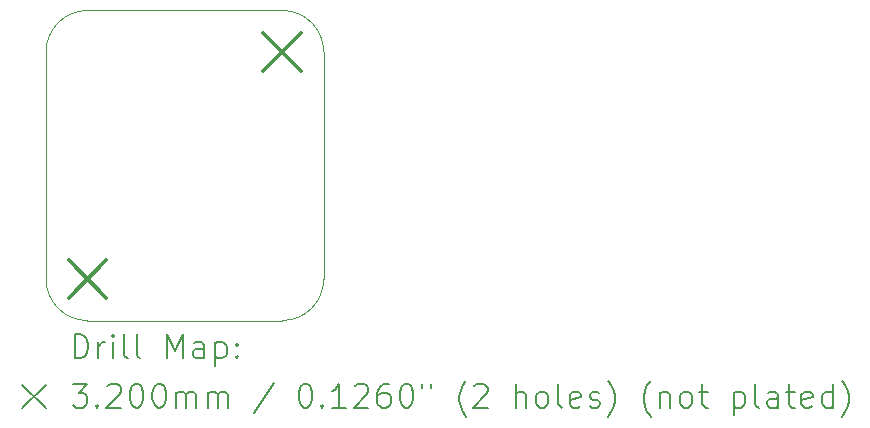
<source format=gbr>
%TF.GenerationSoftware,KiCad,Pcbnew,7.0.1*%
%TF.CreationDate,2023-08-26T15:59:39-05:00*%
%TF.ProjectId,Single Mosfet Board,53696e67-6c65-4204-9d6f-736665742042,rev?*%
%TF.SameCoordinates,Original*%
%TF.FileFunction,Drillmap*%
%TF.FilePolarity,Positive*%
%FSLAX45Y45*%
G04 Gerber Fmt 4.5, Leading zero omitted, Abs format (unit mm)*
G04 Created by KiCad (PCBNEW 7.0.1) date 2023-08-26 15:59:39*
%MOMM*%
%LPD*%
G01*
G04 APERTURE LIST*
%ADD10C,0.100000*%
%ADD11C,0.200000*%
%ADD12C,0.320000*%
G04 APERTURE END LIST*
D10*
X15100000Y-9450000D02*
X15100000Y-7525000D01*
X13100000Y-9800000D02*
X14750000Y-9800000D01*
X12750000Y-7525000D02*
X12750000Y-9450000D01*
X14750000Y-7175000D02*
X13100000Y-7175000D01*
X14750000Y-9800000D02*
G75*
G03*
X15100000Y-9450000I0J350000D01*
G01*
X13100000Y-7175000D02*
G75*
G03*
X12750000Y-7525000I0J-350000D01*
G01*
X15100000Y-7525000D02*
G75*
G03*
X14750000Y-7175000I-350000J0D01*
G01*
X12750000Y-9450000D02*
G75*
G03*
X13100000Y-9800000I350000J0D01*
G01*
D11*
D12*
X12940000Y-9290000D02*
X13260000Y-9610000D01*
X13260000Y-9290000D02*
X12940000Y-9610000D01*
X14590000Y-7365000D02*
X14910000Y-7685000D01*
X14910000Y-7365000D02*
X14590000Y-7685000D01*
D11*
X12992619Y-10117524D02*
X12992619Y-9917524D01*
X12992619Y-9917524D02*
X13040238Y-9917524D01*
X13040238Y-9917524D02*
X13068809Y-9927048D01*
X13068809Y-9927048D02*
X13087857Y-9946095D01*
X13087857Y-9946095D02*
X13097381Y-9965143D01*
X13097381Y-9965143D02*
X13106905Y-10003238D01*
X13106905Y-10003238D02*
X13106905Y-10031810D01*
X13106905Y-10031810D02*
X13097381Y-10069905D01*
X13097381Y-10069905D02*
X13087857Y-10088952D01*
X13087857Y-10088952D02*
X13068809Y-10108000D01*
X13068809Y-10108000D02*
X13040238Y-10117524D01*
X13040238Y-10117524D02*
X12992619Y-10117524D01*
X13192619Y-10117524D02*
X13192619Y-9984190D01*
X13192619Y-10022286D02*
X13202143Y-10003238D01*
X13202143Y-10003238D02*
X13211667Y-9993714D01*
X13211667Y-9993714D02*
X13230714Y-9984190D01*
X13230714Y-9984190D02*
X13249762Y-9984190D01*
X13316428Y-10117524D02*
X13316428Y-9984190D01*
X13316428Y-9917524D02*
X13306905Y-9927048D01*
X13306905Y-9927048D02*
X13316428Y-9936571D01*
X13316428Y-9936571D02*
X13325952Y-9927048D01*
X13325952Y-9927048D02*
X13316428Y-9917524D01*
X13316428Y-9917524D02*
X13316428Y-9936571D01*
X13440238Y-10117524D02*
X13421190Y-10108000D01*
X13421190Y-10108000D02*
X13411667Y-10088952D01*
X13411667Y-10088952D02*
X13411667Y-9917524D01*
X13545000Y-10117524D02*
X13525952Y-10108000D01*
X13525952Y-10108000D02*
X13516428Y-10088952D01*
X13516428Y-10088952D02*
X13516428Y-9917524D01*
X13773571Y-10117524D02*
X13773571Y-9917524D01*
X13773571Y-9917524D02*
X13840238Y-10060381D01*
X13840238Y-10060381D02*
X13906905Y-9917524D01*
X13906905Y-9917524D02*
X13906905Y-10117524D01*
X14087857Y-10117524D02*
X14087857Y-10012762D01*
X14087857Y-10012762D02*
X14078333Y-9993714D01*
X14078333Y-9993714D02*
X14059286Y-9984190D01*
X14059286Y-9984190D02*
X14021190Y-9984190D01*
X14021190Y-9984190D02*
X14002143Y-9993714D01*
X14087857Y-10108000D02*
X14068809Y-10117524D01*
X14068809Y-10117524D02*
X14021190Y-10117524D01*
X14021190Y-10117524D02*
X14002143Y-10108000D01*
X14002143Y-10108000D02*
X13992619Y-10088952D01*
X13992619Y-10088952D02*
X13992619Y-10069905D01*
X13992619Y-10069905D02*
X14002143Y-10050857D01*
X14002143Y-10050857D02*
X14021190Y-10041333D01*
X14021190Y-10041333D02*
X14068809Y-10041333D01*
X14068809Y-10041333D02*
X14087857Y-10031810D01*
X14183095Y-9984190D02*
X14183095Y-10184190D01*
X14183095Y-9993714D02*
X14202143Y-9984190D01*
X14202143Y-9984190D02*
X14240238Y-9984190D01*
X14240238Y-9984190D02*
X14259286Y-9993714D01*
X14259286Y-9993714D02*
X14268809Y-10003238D01*
X14268809Y-10003238D02*
X14278333Y-10022286D01*
X14278333Y-10022286D02*
X14278333Y-10079429D01*
X14278333Y-10079429D02*
X14268809Y-10098476D01*
X14268809Y-10098476D02*
X14259286Y-10108000D01*
X14259286Y-10108000D02*
X14240238Y-10117524D01*
X14240238Y-10117524D02*
X14202143Y-10117524D01*
X14202143Y-10117524D02*
X14183095Y-10108000D01*
X14364048Y-10098476D02*
X14373571Y-10108000D01*
X14373571Y-10108000D02*
X14364048Y-10117524D01*
X14364048Y-10117524D02*
X14354524Y-10108000D01*
X14354524Y-10108000D02*
X14364048Y-10098476D01*
X14364048Y-10098476D02*
X14364048Y-10117524D01*
X14364048Y-9993714D02*
X14373571Y-10003238D01*
X14373571Y-10003238D02*
X14364048Y-10012762D01*
X14364048Y-10012762D02*
X14354524Y-10003238D01*
X14354524Y-10003238D02*
X14364048Y-9993714D01*
X14364048Y-9993714D02*
X14364048Y-10012762D01*
X12545000Y-10345000D02*
X12745000Y-10545000D01*
X12745000Y-10345000D02*
X12545000Y-10545000D01*
X12973571Y-10337524D02*
X13097381Y-10337524D01*
X13097381Y-10337524D02*
X13030714Y-10413714D01*
X13030714Y-10413714D02*
X13059286Y-10413714D01*
X13059286Y-10413714D02*
X13078333Y-10423238D01*
X13078333Y-10423238D02*
X13087857Y-10432762D01*
X13087857Y-10432762D02*
X13097381Y-10451810D01*
X13097381Y-10451810D02*
X13097381Y-10499429D01*
X13097381Y-10499429D02*
X13087857Y-10518476D01*
X13087857Y-10518476D02*
X13078333Y-10528000D01*
X13078333Y-10528000D02*
X13059286Y-10537524D01*
X13059286Y-10537524D02*
X13002143Y-10537524D01*
X13002143Y-10537524D02*
X12983095Y-10528000D01*
X12983095Y-10528000D02*
X12973571Y-10518476D01*
X13183095Y-10518476D02*
X13192619Y-10528000D01*
X13192619Y-10528000D02*
X13183095Y-10537524D01*
X13183095Y-10537524D02*
X13173571Y-10528000D01*
X13173571Y-10528000D02*
X13183095Y-10518476D01*
X13183095Y-10518476D02*
X13183095Y-10537524D01*
X13268809Y-10356571D02*
X13278333Y-10347048D01*
X13278333Y-10347048D02*
X13297381Y-10337524D01*
X13297381Y-10337524D02*
X13345000Y-10337524D01*
X13345000Y-10337524D02*
X13364048Y-10347048D01*
X13364048Y-10347048D02*
X13373571Y-10356571D01*
X13373571Y-10356571D02*
X13383095Y-10375619D01*
X13383095Y-10375619D02*
X13383095Y-10394667D01*
X13383095Y-10394667D02*
X13373571Y-10423238D01*
X13373571Y-10423238D02*
X13259286Y-10537524D01*
X13259286Y-10537524D02*
X13383095Y-10537524D01*
X13506905Y-10337524D02*
X13525952Y-10337524D01*
X13525952Y-10337524D02*
X13545000Y-10347048D01*
X13545000Y-10347048D02*
X13554524Y-10356571D01*
X13554524Y-10356571D02*
X13564048Y-10375619D01*
X13564048Y-10375619D02*
X13573571Y-10413714D01*
X13573571Y-10413714D02*
X13573571Y-10461333D01*
X13573571Y-10461333D02*
X13564048Y-10499429D01*
X13564048Y-10499429D02*
X13554524Y-10518476D01*
X13554524Y-10518476D02*
X13545000Y-10528000D01*
X13545000Y-10528000D02*
X13525952Y-10537524D01*
X13525952Y-10537524D02*
X13506905Y-10537524D01*
X13506905Y-10537524D02*
X13487857Y-10528000D01*
X13487857Y-10528000D02*
X13478333Y-10518476D01*
X13478333Y-10518476D02*
X13468809Y-10499429D01*
X13468809Y-10499429D02*
X13459286Y-10461333D01*
X13459286Y-10461333D02*
X13459286Y-10413714D01*
X13459286Y-10413714D02*
X13468809Y-10375619D01*
X13468809Y-10375619D02*
X13478333Y-10356571D01*
X13478333Y-10356571D02*
X13487857Y-10347048D01*
X13487857Y-10347048D02*
X13506905Y-10337524D01*
X13697381Y-10337524D02*
X13716429Y-10337524D01*
X13716429Y-10337524D02*
X13735476Y-10347048D01*
X13735476Y-10347048D02*
X13745000Y-10356571D01*
X13745000Y-10356571D02*
X13754524Y-10375619D01*
X13754524Y-10375619D02*
X13764048Y-10413714D01*
X13764048Y-10413714D02*
X13764048Y-10461333D01*
X13764048Y-10461333D02*
X13754524Y-10499429D01*
X13754524Y-10499429D02*
X13745000Y-10518476D01*
X13745000Y-10518476D02*
X13735476Y-10528000D01*
X13735476Y-10528000D02*
X13716429Y-10537524D01*
X13716429Y-10537524D02*
X13697381Y-10537524D01*
X13697381Y-10537524D02*
X13678333Y-10528000D01*
X13678333Y-10528000D02*
X13668809Y-10518476D01*
X13668809Y-10518476D02*
X13659286Y-10499429D01*
X13659286Y-10499429D02*
X13649762Y-10461333D01*
X13649762Y-10461333D02*
X13649762Y-10413714D01*
X13649762Y-10413714D02*
X13659286Y-10375619D01*
X13659286Y-10375619D02*
X13668809Y-10356571D01*
X13668809Y-10356571D02*
X13678333Y-10347048D01*
X13678333Y-10347048D02*
X13697381Y-10337524D01*
X13849762Y-10537524D02*
X13849762Y-10404190D01*
X13849762Y-10423238D02*
X13859286Y-10413714D01*
X13859286Y-10413714D02*
X13878333Y-10404190D01*
X13878333Y-10404190D02*
X13906905Y-10404190D01*
X13906905Y-10404190D02*
X13925952Y-10413714D01*
X13925952Y-10413714D02*
X13935476Y-10432762D01*
X13935476Y-10432762D02*
X13935476Y-10537524D01*
X13935476Y-10432762D02*
X13945000Y-10413714D01*
X13945000Y-10413714D02*
X13964048Y-10404190D01*
X13964048Y-10404190D02*
X13992619Y-10404190D01*
X13992619Y-10404190D02*
X14011667Y-10413714D01*
X14011667Y-10413714D02*
X14021190Y-10432762D01*
X14021190Y-10432762D02*
X14021190Y-10537524D01*
X14116429Y-10537524D02*
X14116429Y-10404190D01*
X14116429Y-10423238D02*
X14125952Y-10413714D01*
X14125952Y-10413714D02*
X14145000Y-10404190D01*
X14145000Y-10404190D02*
X14173571Y-10404190D01*
X14173571Y-10404190D02*
X14192619Y-10413714D01*
X14192619Y-10413714D02*
X14202143Y-10432762D01*
X14202143Y-10432762D02*
X14202143Y-10537524D01*
X14202143Y-10432762D02*
X14211667Y-10413714D01*
X14211667Y-10413714D02*
X14230714Y-10404190D01*
X14230714Y-10404190D02*
X14259286Y-10404190D01*
X14259286Y-10404190D02*
X14278333Y-10413714D01*
X14278333Y-10413714D02*
X14287857Y-10432762D01*
X14287857Y-10432762D02*
X14287857Y-10537524D01*
X14678333Y-10328000D02*
X14506905Y-10585143D01*
X14935476Y-10337524D02*
X14954524Y-10337524D01*
X14954524Y-10337524D02*
X14973572Y-10347048D01*
X14973572Y-10347048D02*
X14983095Y-10356571D01*
X14983095Y-10356571D02*
X14992619Y-10375619D01*
X14992619Y-10375619D02*
X15002143Y-10413714D01*
X15002143Y-10413714D02*
X15002143Y-10461333D01*
X15002143Y-10461333D02*
X14992619Y-10499429D01*
X14992619Y-10499429D02*
X14983095Y-10518476D01*
X14983095Y-10518476D02*
X14973572Y-10528000D01*
X14973572Y-10528000D02*
X14954524Y-10537524D01*
X14954524Y-10537524D02*
X14935476Y-10537524D01*
X14935476Y-10537524D02*
X14916429Y-10528000D01*
X14916429Y-10528000D02*
X14906905Y-10518476D01*
X14906905Y-10518476D02*
X14897381Y-10499429D01*
X14897381Y-10499429D02*
X14887857Y-10461333D01*
X14887857Y-10461333D02*
X14887857Y-10413714D01*
X14887857Y-10413714D02*
X14897381Y-10375619D01*
X14897381Y-10375619D02*
X14906905Y-10356571D01*
X14906905Y-10356571D02*
X14916429Y-10347048D01*
X14916429Y-10347048D02*
X14935476Y-10337524D01*
X15087857Y-10518476D02*
X15097381Y-10528000D01*
X15097381Y-10528000D02*
X15087857Y-10537524D01*
X15087857Y-10537524D02*
X15078333Y-10528000D01*
X15078333Y-10528000D02*
X15087857Y-10518476D01*
X15087857Y-10518476D02*
X15087857Y-10537524D01*
X15287857Y-10537524D02*
X15173572Y-10537524D01*
X15230714Y-10537524D02*
X15230714Y-10337524D01*
X15230714Y-10337524D02*
X15211667Y-10366095D01*
X15211667Y-10366095D02*
X15192619Y-10385143D01*
X15192619Y-10385143D02*
X15173572Y-10394667D01*
X15364048Y-10356571D02*
X15373572Y-10347048D01*
X15373572Y-10347048D02*
X15392619Y-10337524D01*
X15392619Y-10337524D02*
X15440238Y-10337524D01*
X15440238Y-10337524D02*
X15459286Y-10347048D01*
X15459286Y-10347048D02*
X15468810Y-10356571D01*
X15468810Y-10356571D02*
X15478333Y-10375619D01*
X15478333Y-10375619D02*
X15478333Y-10394667D01*
X15478333Y-10394667D02*
X15468810Y-10423238D01*
X15468810Y-10423238D02*
X15354524Y-10537524D01*
X15354524Y-10537524D02*
X15478333Y-10537524D01*
X15649762Y-10337524D02*
X15611667Y-10337524D01*
X15611667Y-10337524D02*
X15592619Y-10347048D01*
X15592619Y-10347048D02*
X15583095Y-10356571D01*
X15583095Y-10356571D02*
X15564048Y-10385143D01*
X15564048Y-10385143D02*
X15554524Y-10423238D01*
X15554524Y-10423238D02*
X15554524Y-10499429D01*
X15554524Y-10499429D02*
X15564048Y-10518476D01*
X15564048Y-10518476D02*
X15573572Y-10528000D01*
X15573572Y-10528000D02*
X15592619Y-10537524D01*
X15592619Y-10537524D02*
X15630714Y-10537524D01*
X15630714Y-10537524D02*
X15649762Y-10528000D01*
X15649762Y-10528000D02*
X15659286Y-10518476D01*
X15659286Y-10518476D02*
X15668810Y-10499429D01*
X15668810Y-10499429D02*
X15668810Y-10451810D01*
X15668810Y-10451810D02*
X15659286Y-10432762D01*
X15659286Y-10432762D02*
X15649762Y-10423238D01*
X15649762Y-10423238D02*
X15630714Y-10413714D01*
X15630714Y-10413714D02*
X15592619Y-10413714D01*
X15592619Y-10413714D02*
X15573572Y-10423238D01*
X15573572Y-10423238D02*
X15564048Y-10432762D01*
X15564048Y-10432762D02*
X15554524Y-10451810D01*
X15792619Y-10337524D02*
X15811667Y-10337524D01*
X15811667Y-10337524D02*
X15830714Y-10347048D01*
X15830714Y-10347048D02*
X15840238Y-10356571D01*
X15840238Y-10356571D02*
X15849762Y-10375619D01*
X15849762Y-10375619D02*
X15859286Y-10413714D01*
X15859286Y-10413714D02*
X15859286Y-10461333D01*
X15859286Y-10461333D02*
X15849762Y-10499429D01*
X15849762Y-10499429D02*
X15840238Y-10518476D01*
X15840238Y-10518476D02*
X15830714Y-10528000D01*
X15830714Y-10528000D02*
X15811667Y-10537524D01*
X15811667Y-10537524D02*
X15792619Y-10537524D01*
X15792619Y-10537524D02*
X15773572Y-10528000D01*
X15773572Y-10528000D02*
X15764048Y-10518476D01*
X15764048Y-10518476D02*
X15754524Y-10499429D01*
X15754524Y-10499429D02*
X15745000Y-10461333D01*
X15745000Y-10461333D02*
X15745000Y-10413714D01*
X15745000Y-10413714D02*
X15754524Y-10375619D01*
X15754524Y-10375619D02*
X15764048Y-10356571D01*
X15764048Y-10356571D02*
X15773572Y-10347048D01*
X15773572Y-10347048D02*
X15792619Y-10337524D01*
X15935476Y-10337524D02*
X15935476Y-10375619D01*
X16011667Y-10337524D02*
X16011667Y-10375619D01*
X16306905Y-10613714D02*
X16297381Y-10604190D01*
X16297381Y-10604190D02*
X16278334Y-10575619D01*
X16278334Y-10575619D02*
X16268810Y-10556571D01*
X16268810Y-10556571D02*
X16259286Y-10528000D01*
X16259286Y-10528000D02*
X16249762Y-10480381D01*
X16249762Y-10480381D02*
X16249762Y-10442286D01*
X16249762Y-10442286D02*
X16259286Y-10394667D01*
X16259286Y-10394667D02*
X16268810Y-10366095D01*
X16268810Y-10366095D02*
X16278334Y-10347048D01*
X16278334Y-10347048D02*
X16297381Y-10318476D01*
X16297381Y-10318476D02*
X16306905Y-10308952D01*
X16373572Y-10356571D02*
X16383095Y-10347048D01*
X16383095Y-10347048D02*
X16402143Y-10337524D01*
X16402143Y-10337524D02*
X16449762Y-10337524D01*
X16449762Y-10337524D02*
X16468810Y-10347048D01*
X16468810Y-10347048D02*
X16478334Y-10356571D01*
X16478334Y-10356571D02*
X16487857Y-10375619D01*
X16487857Y-10375619D02*
X16487857Y-10394667D01*
X16487857Y-10394667D02*
X16478334Y-10423238D01*
X16478334Y-10423238D02*
X16364048Y-10537524D01*
X16364048Y-10537524D02*
X16487857Y-10537524D01*
X16725953Y-10537524D02*
X16725953Y-10337524D01*
X16811667Y-10537524D02*
X16811667Y-10432762D01*
X16811667Y-10432762D02*
X16802143Y-10413714D01*
X16802143Y-10413714D02*
X16783096Y-10404190D01*
X16783096Y-10404190D02*
X16754524Y-10404190D01*
X16754524Y-10404190D02*
X16735476Y-10413714D01*
X16735476Y-10413714D02*
X16725953Y-10423238D01*
X16935477Y-10537524D02*
X16916429Y-10528000D01*
X16916429Y-10528000D02*
X16906905Y-10518476D01*
X16906905Y-10518476D02*
X16897381Y-10499429D01*
X16897381Y-10499429D02*
X16897381Y-10442286D01*
X16897381Y-10442286D02*
X16906905Y-10423238D01*
X16906905Y-10423238D02*
X16916429Y-10413714D01*
X16916429Y-10413714D02*
X16935477Y-10404190D01*
X16935477Y-10404190D02*
X16964048Y-10404190D01*
X16964048Y-10404190D02*
X16983096Y-10413714D01*
X16983096Y-10413714D02*
X16992619Y-10423238D01*
X16992619Y-10423238D02*
X17002143Y-10442286D01*
X17002143Y-10442286D02*
X17002143Y-10499429D01*
X17002143Y-10499429D02*
X16992619Y-10518476D01*
X16992619Y-10518476D02*
X16983096Y-10528000D01*
X16983096Y-10528000D02*
X16964048Y-10537524D01*
X16964048Y-10537524D02*
X16935477Y-10537524D01*
X17116429Y-10537524D02*
X17097381Y-10528000D01*
X17097381Y-10528000D02*
X17087858Y-10508952D01*
X17087858Y-10508952D02*
X17087858Y-10337524D01*
X17268810Y-10528000D02*
X17249762Y-10537524D01*
X17249762Y-10537524D02*
X17211667Y-10537524D01*
X17211667Y-10537524D02*
X17192619Y-10528000D01*
X17192619Y-10528000D02*
X17183096Y-10508952D01*
X17183096Y-10508952D02*
X17183096Y-10432762D01*
X17183096Y-10432762D02*
X17192619Y-10413714D01*
X17192619Y-10413714D02*
X17211667Y-10404190D01*
X17211667Y-10404190D02*
X17249762Y-10404190D01*
X17249762Y-10404190D02*
X17268810Y-10413714D01*
X17268810Y-10413714D02*
X17278334Y-10432762D01*
X17278334Y-10432762D02*
X17278334Y-10451810D01*
X17278334Y-10451810D02*
X17183096Y-10470857D01*
X17354524Y-10528000D02*
X17373572Y-10537524D01*
X17373572Y-10537524D02*
X17411667Y-10537524D01*
X17411667Y-10537524D02*
X17430715Y-10528000D01*
X17430715Y-10528000D02*
X17440239Y-10508952D01*
X17440239Y-10508952D02*
X17440239Y-10499429D01*
X17440239Y-10499429D02*
X17430715Y-10480381D01*
X17430715Y-10480381D02*
X17411667Y-10470857D01*
X17411667Y-10470857D02*
X17383096Y-10470857D01*
X17383096Y-10470857D02*
X17364048Y-10461333D01*
X17364048Y-10461333D02*
X17354524Y-10442286D01*
X17354524Y-10442286D02*
X17354524Y-10432762D01*
X17354524Y-10432762D02*
X17364048Y-10413714D01*
X17364048Y-10413714D02*
X17383096Y-10404190D01*
X17383096Y-10404190D02*
X17411667Y-10404190D01*
X17411667Y-10404190D02*
X17430715Y-10413714D01*
X17506905Y-10613714D02*
X17516429Y-10604190D01*
X17516429Y-10604190D02*
X17535477Y-10575619D01*
X17535477Y-10575619D02*
X17545000Y-10556571D01*
X17545000Y-10556571D02*
X17554524Y-10528000D01*
X17554524Y-10528000D02*
X17564048Y-10480381D01*
X17564048Y-10480381D02*
X17564048Y-10442286D01*
X17564048Y-10442286D02*
X17554524Y-10394667D01*
X17554524Y-10394667D02*
X17545000Y-10366095D01*
X17545000Y-10366095D02*
X17535477Y-10347048D01*
X17535477Y-10347048D02*
X17516429Y-10318476D01*
X17516429Y-10318476D02*
X17506905Y-10308952D01*
X17868810Y-10613714D02*
X17859286Y-10604190D01*
X17859286Y-10604190D02*
X17840239Y-10575619D01*
X17840239Y-10575619D02*
X17830715Y-10556571D01*
X17830715Y-10556571D02*
X17821191Y-10528000D01*
X17821191Y-10528000D02*
X17811667Y-10480381D01*
X17811667Y-10480381D02*
X17811667Y-10442286D01*
X17811667Y-10442286D02*
X17821191Y-10394667D01*
X17821191Y-10394667D02*
X17830715Y-10366095D01*
X17830715Y-10366095D02*
X17840239Y-10347048D01*
X17840239Y-10347048D02*
X17859286Y-10318476D01*
X17859286Y-10318476D02*
X17868810Y-10308952D01*
X17945000Y-10404190D02*
X17945000Y-10537524D01*
X17945000Y-10423238D02*
X17954524Y-10413714D01*
X17954524Y-10413714D02*
X17973572Y-10404190D01*
X17973572Y-10404190D02*
X18002143Y-10404190D01*
X18002143Y-10404190D02*
X18021191Y-10413714D01*
X18021191Y-10413714D02*
X18030715Y-10432762D01*
X18030715Y-10432762D02*
X18030715Y-10537524D01*
X18154524Y-10537524D02*
X18135477Y-10528000D01*
X18135477Y-10528000D02*
X18125953Y-10518476D01*
X18125953Y-10518476D02*
X18116429Y-10499429D01*
X18116429Y-10499429D02*
X18116429Y-10442286D01*
X18116429Y-10442286D02*
X18125953Y-10423238D01*
X18125953Y-10423238D02*
X18135477Y-10413714D01*
X18135477Y-10413714D02*
X18154524Y-10404190D01*
X18154524Y-10404190D02*
X18183096Y-10404190D01*
X18183096Y-10404190D02*
X18202143Y-10413714D01*
X18202143Y-10413714D02*
X18211667Y-10423238D01*
X18211667Y-10423238D02*
X18221191Y-10442286D01*
X18221191Y-10442286D02*
X18221191Y-10499429D01*
X18221191Y-10499429D02*
X18211667Y-10518476D01*
X18211667Y-10518476D02*
X18202143Y-10528000D01*
X18202143Y-10528000D02*
X18183096Y-10537524D01*
X18183096Y-10537524D02*
X18154524Y-10537524D01*
X18278334Y-10404190D02*
X18354524Y-10404190D01*
X18306905Y-10337524D02*
X18306905Y-10508952D01*
X18306905Y-10508952D02*
X18316429Y-10528000D01*
X18316429Y-10528000D02*
X18335477Y-10537524D01*
X18335477Y-10537524D02*
X18354524Y-10537524D01*
X18573572Y-10404190D02*
X18573572Y-10604190D01*
X18573572Y-10413714D02*
X18592620Y-10404190D01*
X18592620Y-10404190D02*
X18630715Y-10404190D01*
X18630715Y-10404190D02*
X18649762Y-10413714D01*
X18649762Y-10413714D02*
X18659286Y-10423238D01*
X18659286Y-10423238D02*
X18668810Y-10442286D01*
X18668810Y-10442286D02*
X18668810Y-10499429D01*
X18668810Y-10499429D02*
X18659286Y-10518476D01*
X18659286Y-10518476D02*
X18649762Y-10528000D01*
X18649762Y-10528000D02*
X18630715Y-10537524D01*
X18630715Y-10537524D02*
X18592620Y-10537524D01*
X18592620Y-10537524D02*
X18573572Y-10528000D01*
X18783096Y-10537524D02*
X18764048Y-10528000D01*
X18764048Y-10528000D02*
X18754524Y-10508952D01*
X18754524Y-10508952D02*
X18754524Y-10337524D01*
X18945001Y-10537524D02*
X18945001Y-10432762D01*
X18945001Y-10432762D02*
X18935477Y-10413714D01*
X18935477Y-10413714D02*
X18916429Y-10404190D01*
X18916429Y-10404190D02*
X18878334Y-10404190D01*
X18878334Y-10404190D02*
X18859286Y-10413714D01*
X18945001Y-10528000D02*
X18925953Y-10537524D01*
X18925953Y-10537524D02*
X18878334Y-10537524D01*
X18878334Y-10537524D02*
X18859286Y-10528000D01*
X18859286Y-10528000D02*
X18849762Y-10508952D01*
X18849762Y-10508952D02*
X18849762Y-10489905D01*
X18849762Y-10489905D02*
X18859286Y-10470857D01*
X18859286Y-10470857D02*
X18878334Y-10461333D01*
X18878334Y-10461333D02*
X18925953Y-10461333D01*
X18925953Y-10461333D02*
X18945001Y-10451810D01*
X19011667Y-10404190D02*
X19087858Y-10404190D01*
X19040239Y-10337524D02*
X19040239Y-10508952D01*
X19040239Y-10508952D02*
X19049762Y-10528000D01*
X19049762Y-10528000D02*
X19068810Y-10537524D01*
X19068810Y-10537524D02*
X19087858Y-10537524D01*
X19230715Y-10528000D02*
X19211667Y-10537524D01*
X19211667Y-10537524D02*
X19173572Y-10537524D01*
X19173572Y-10537524D02*
X19154524Y-10528000D01*
X19154524Y-10528000D02*
X19145001Y-10508952D01*
X19145001Y-10508952D02*
X19145001Y-10432762D01*
X19145001Y-10432762D02*
X19154524Y-10413714D01*
X19154524Y-10413714D02*
X19173572Y-10404190D01*
X19173572Y-10404190D02*
X19211667Y-10404190D01*
X19211667Y-10404190D02*
X19230715Y-10413714D01*
X19230715Y-10413714D02*
X19240239Y-10432762D01*
X19240239Y-10432762D02*
X19240239Y-10451810D01*
X19240239Y-10451810D02*
X19145001Y-10470857D01*
X19411667Y-10537524D02*
X19411667Y-10337524D01*
X19411667Y-10528000D02*
X19392620Y-10537524D01*
X19392620Y-10537524D02*
X19354524Y-10537524D01*
X19354524Y-10537524D02*
X19335477Y-10528000D01*
X19335477Y-10528000D02*
X19325953Y-10518476D01*
X19325953Y-10518476D02*
X19316429Y-10499429D01*
X19316429Y-10499429D02*
X19316429Y-10442286D01*
X19316429Y-10442286D02*
X19325953Y-10423238D01*
X19325953Y-10423238D02*
X19335477Y-10413714D01*
X19335477Y-10413714D02*
X19354524Y-10404190D01*
X19354524Y-10404190D02*
X19392620Y-10404190D01*
X19392620Y-10404190D02*
X19411667Y-10413714D01*
X19487858Y-10613714D02*
X19497382Y-10604190D01*
X19497382Y-10604190D02*
X19516429Y-10575619D01*
X19516429Y-10575619D02*
X19525953Y-10556571D01*
X19525953Y-10556571D02*
X19535477Y-10528000D01*
X19535477Y-10528000D02*
X19545001Y-10480381D01*
X19545001Y-10480381D02*
X19545001Y-10442286D01*
X19545001Y-10442286D02*
X19535477Y-10394667D01*
X19535477Y-10394667D02*
X19525953Y-10366095D01*
X19525953Y-10366095D02*
X19516429Y-10347048D01*
X19516429Y-10347048D02*
X19497382Y-10318476D01*
X19497382Y-10318476D02*
X19487858Y-10308952D01*
M02*

</source>
